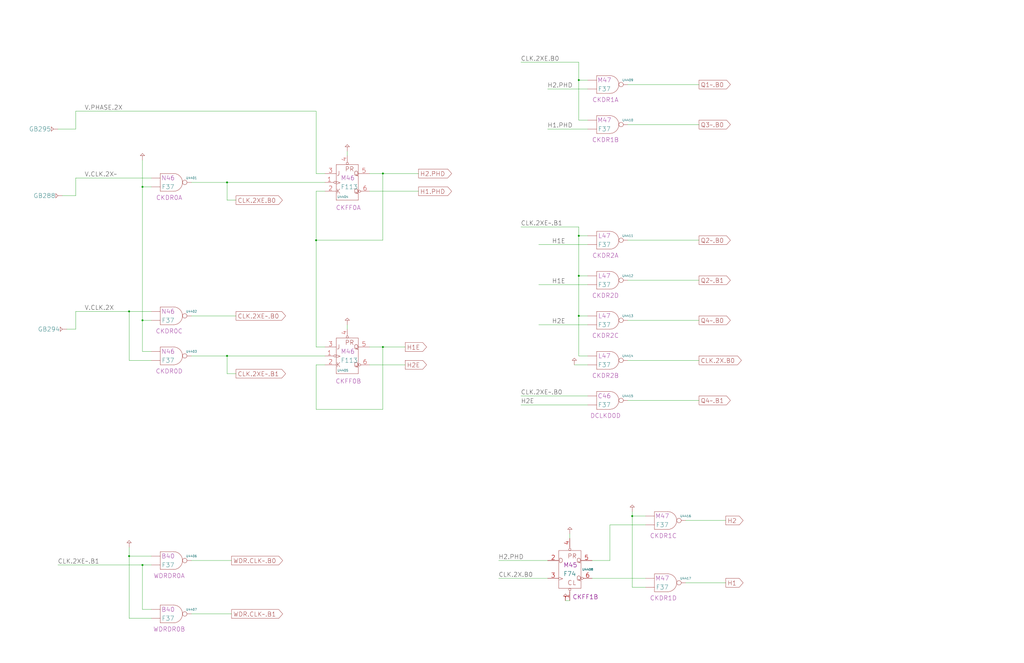
<source format=kicad_sch>
(kicad_sch (version 20230121) (generator eeschema)
  (paper "User" 584.2 378.46)
  (title_block (title "CLOCK GENERATION\\nFREE RUNNING CLOCKS") (date "22-MAR-90") (rev "1.0") (comment 1 "VALUE") (comment 2 "232-003063") (comment 3 "S400") (comment 4 "RELEASED"))
  (lib_symbols
    (symbol "r1000:F113" (pin_names (offset 1.016) hide)
      (property "Reference" "U" (at 0 -10.795 0))
      (property "Value" "F113" (at -1.27 -5.08 0))
      (property "Location" "___" (at -1.27 0 0))
      (property "Name" "______" (at 3.175 -18.415 0))
      (symbol "F113_0_1"
        (rectangle (start -3.81 7.62) (end 8.89 -12.7) (stroke (width 0.1524)))
      )
      (symbol "F113_1_1"
        (circle (center -4.445 -2.54) (radius 0.635))
        (circle (center 2.54 8.255) (radius 0.635))
        (circle (center 9.525 -7.62) (radius 0.635))
        (text ">" (at -2.54 -2.54 0) (effects (font (size 2.54 2.54))))
        (text "J" (at -2.54 2.54 0) (effects (font (size 2.54 2.54))))
        (text "K" (at -2.54 -7.62 0) (effects (font (size 2.54 2.54))))
        (text "P" (at 2.54 5.08 0) (effects (font (size 2.54 2.54))))
        (text "Q" (at 7.62 -7.62 0) (effects (font (size 2.54 2.54))))
        (text "Q" (at 7.62 2.54 0) (effects (font (size 2.54 2.54))))
        (text "R" (at 5.08 5.08 0) (effects (font (size 2.54 2.54))))
        (pin input line (at -10.16 -2.54 0) (length 5.08) (name "CLK_") (number "1"))
        (pin input line (at -10.16 -7.62 0) (length 6.35) (name "K") (number "2"))
        (pin input line (at -10.16 2.54 0) (length 6.35) (name "J") (number "3"))
        (pin input line (at 2.54 12.7 270) (length 3.81) (name "PR_") (number "4"))
        (pin output line (at 15.24 2.54 180) (length 6.35) (name "Q") (number "5"))
        (pin output line (at 15.24 -7.62 180) (length 5.08) (name "Q_") (number "6"))
      )
    )
    (symbol "r1000:F37" (pin_numbers hide) (pin_names (offset 0) hide)
      (property "Reference" "U" (at 15.24 0 0))
      (property "Value" "F37" (at 1.905 -5.08 0))
      (property "Location" "___" (at 1.905 0 0))
      (property "Name" "______" (at 2.54 -12.7 0))
      (symbol "F37_0_1"
        (polyline (pts (xy -2.54 -7.62) (xy 5.08 -7.62)) (stroke (width 0.1524)))
        (polyline (pts (xy -2.54 2.54) (xy -2.54 -7.62)) (stroke (width 0.1524)))
        (polyline (pts (xy -2.54 2.54) (xy 5.08 2.54)) (stroke (width 0.1524)))
        (arc (start 5.08 -7.62) (mid 10.1282 -2.54) (end 5.08 2.54) (stroke (width 0.1524)))
        (circle (center 11.43 -2.54) (radius 1.27) (stroke (width 0.1524)))
      )
      (symbol "F37_0_2"
        (circle (center -3.81 -5.08) (radius 1.27) (stroke (width 0.1524)))
        (circle (center -3.81 0) (radius 1.27) (stroke (width 0.1524)))
        (arc (start -3.175 -7.62) (mid -2.134 -2.54) (end -3.175 2.54) (stroke (width 0.1524)))
        (polyline (pts (xy -3.175 -7.62) (xy 3.81 -7.62)) (stroke (width 0.1524)))
        (polyline (pts (xy -3.175 2.54) (xy 3.81 2.54)) (stroke (width 0.1524)))
        (arc (start 3.81 -7.62) (mid 7.5855 -5.8306) (end 10.16 -2.54) (stroke (width 0.1524)))
        (arc (start 10.16 -2.54) (mid 7.5827 0.7471) (end 3.81 2.54) (stroke (width 0.1524)))
      )
      (symbol "F37_1_1"
        (pin input line (at -7.62 0 0) (length 5.08) (name "D0") (number "1"))
        (pin input line (at -7.62 -5.08 0) (length 5.08) (name "D1") (number "2"))
        (pin output line (at 15.24 -2.54 180) (length 2.54) (name "Q") (number "3"))
      )
      (symbol "F37_1_2"
        (pin input line (at -7.62 0 0) (length 2.54) (name "D0") (number "1"))
        (pin input line (at -7.62 -5.08 0) (length 2.54) (name "D1") (number "2"))
        (pin output line (at 15.24 -2.54 180) (length 5.08) (name "Q") (number "3"))
      )
    )
    (symbol "r1000:F74" (pin_names (offset 1.016) hide)
      (property "Reference" "U" (at 12.7 -2.54 0))
      (property "Value" "F74" (at -1.27 -5.08 0))
      (property "Location" "___" (at -1.27 0 0))
      (property "Name" "______" (at 11.43 -19.685 0))
      (symbol "F74_0_1"
        (rectangle (start -3.81 8.255) (end 8.89 -13.335) (stroke (width 0.1524)))
        (polyline (pts (xy 2.54 -15.24) (xy 2.54 -14.605)) (stroke (width 0.1524)))
        (polyline (pts (xy 2.54 10.16) (xy 2.54 9.525)) (stroke (width 0.1524)))
      )
      (symbol "F74_1_1"
        (circle (center 2.54 -13.97) (radius 0.635))
        (circle (center 2.54 8.89) (radius 0.635))
        (circle (center 9.525 -7.62) (radius 0.635))
        (text ">" (at -2.54 -7.62 0) (effects (font (size 2.54 2.54))))
        (text "C" (at 2.54 -10.16 0) (effects (font (size 2.54 2.54))))
        (text "D" (at -2.54 2.54 0) (effects (font (size 2.54 2.54))))
        (text "L" (at 5.08 -10.16 0) (effects (font (size 2.54 2.54))))
        (text "P" (at 2.54 5.08 0) (effects (font (size 2.54 2.54))))
        (text "Q" (at 7.62 -7.62 0) (effects (font (size 2.54 2.54))))
        (text "Q" (at 7.62 2.54 0) (effects (font (size 2.54 2.54))))
        (text "R" (at 5.08 5.08 0) (effects (font (size 2.54 2.54))))
        (pin input line (at 2.54 -20.32 90) (length 5.08) (name "CL_") (number "1"))
        (pin input line (at -10.16 2.54 0) (length 6.35) (name "D") (number "2"))
        (pin input line (at -10.16 -7.62 0) (length 6.35) (name "CLK") (number "3"))
        (pin input line (at 2.54 15.24 270) (length 5.08) (name "PR_") (number "4"))
        (pin output line (at 15.24 2.54 180) (length 6.35) (name "Q") (number "5"))
        (pin output line (at 15.24 -7.62 180) (length 5.08) (name "Q_") (number "6"))
      )
    )
    (symbol "r1000:GB" (pin_numbers hide) (pin_names (offset 0) hide)
      (property "Reference" "GB" (at 3.81 0 0))
      (symbol "GB_0_1"
        (polyline (pts (xy 2.54 0) (xy 3.81 1.27) (xy 3.81 -1.27) (xy 2.54 0)) (stroke (width 0.1524)))
      )
      (symbol "GB_1_1"
        (pin bidirectional line (at 0 0 0) (length 2.54) (name "") (number "1"))
      )
    )
    (symbol "r1000:PU" (power) (pin_numbers hide) (pin_names hide)
      (symbol "PU_0_1"
        (polyline (pts (xy 0 2.54) (xy -1.27 2.54) (xy 0 3.81) (xy 1.27 2.54) (xy 0 2.54)) (stroke (width 0.1524)))
      )
      (symbol "PU_1_1"
        (pin power_in line (at 0 0 90) (length 2.54) (name "PU") (number "1"))
      )
    )
  )
  (junction (at 81.28 182.88))
  (junction (at 360.68 294.64))
  (junction (at 218.44 198.12))
  (junction (at 180.34 137.16))
  (junction (at 73.66 317.5))
  (junction (at 129.54 203.2))
  (junction (at 129.54 104.14))
  (junction (at 81.28 322.58))
  (junction (at 81.28 106.68))
  (junction (at 330.2 45.72))
  (junction (at 73.66 177.8))
  (junction (at 218.44 99.06))
  (junction (at 330.2 134.62))
  (junction (at 330.2 157.48))
  (junction (at 330.2 180.34))
  (wire (pts (xy 185.42 109.22) (xy 180.34 109.22)))
  (wire (pts (xy 33.02 322.58) (xy 81.28 322.58)))
  (wire (pts (xy 330.2 157.48) (xy 335.28 157.48)))
  (wire (pts (xy 109.22 104.14) (xy 129.54 104.14)))
  (wire (pts (xy 81.28 200.66) (xy 81.28 182.88)))
  (wire (pts (xy 312.42 73.66) (xy 335.28 73.66)))
  (wire (pts (xy 129.54 104.14) (xy 185.42 104.14)))
  (wire (pts (xy 297.18 129.54) (xy 330.2 129.54)))
  (wire (pts (xy 86.36 347.98) (xy 81.28 347.98)))
  (wire (pts (xy 129.54 114.3) (xy 129.54 104.14)))
  (wire (pts (xy 86.36 317.5) (xy 73.66 317.5)))
  (wire (pts (xy 218.44 137.16) (xy 218.44 99.06)))
  (wire (pts (xy 330.2 45.72) (xy 335.28 45.72)))
  (wire (pts (xy 307.34 139.7) (xy 335.28 139.7)))
  (wire (pts (xy 330.2 134.62) (xy 330.2 157.48)))
  (wire (pts (xy 358.14 182.88) (xy 398.78 182.88)))
  (wire (pts (xy 109.22 203.2) (xy 129.54 203.2)))
  (wire (pts (xy 86.36 101.6) (xy 43.18 101.6)))
  (wire (pts (xy 330.2 134.62) (xy 335.28 134.62)))
  (wire (pts (xy 358.14 205.74) (xy 398.78 205.74)))
  (wire (pts (xy 81.28 106.68) (xy 81.28 91.44)))
  (wire (pts (xy 109.22 320.04) (xy 132.08 320.04)))
  (wire (pts (xy 73.66 353.06) (xy 73.66 317.5)))
  (wire (pts (xy 180.34 109.22) (xy 180.34 137.16)))
  (wire (pts (xy 347.98 320.04) (xy 337.82 320.04)))
  (wire (pts (xy 86.36 106.68) (xy 81.28 106.68)))
  (wire (pts (xy 73.66 177.8) (xy 43.18 177.8)))
  (wire (pts (xy 330.2 203.2) (xy 335.28 203.2)))
  (wire (pts (xy 134.62 114.3) (xy 129.54 114.3)))
  (wire (pts (xy 109.22 350.52) (xy 132.08 350.52)))
  (wire (pts (xy 330.2 45.72) (xy 330.2 68.58)))
  (wire (pts (xy 327.66 208.28) (xy 335.28 208.28)))
  (wire (pts (xy 358.14 137.16) (xy 398.78 137.16)))
  (wire (pts (xy 360.68 335.28) (xy 360.68 294.64)))
  (wire (pts (xy 218.44 99.06) (xy 238.76 99.06)))
  (wire (pts (xy 198.12 185.42) (xy 198.12 187.96)))
  (wire (pts (xy 330.2 68.58) (xy 335.28 68.58)))
  (wire (pts (xy 330.2 129.54) (xy 330.2 134.62)))
  (wire (pts (xy 360.68 294.64) (xy 368.3 294.64)))
  (wire (pts (xy 73.66 205.74) (xy 73.66 177.8)))
  (wire (pts (xy 330.2 157.48) (xy 330.2 180.34)))
  (wire (pts (xy 347.98 299.72) (xy 347.98 320.04)))
  (wire (pts (xy 86.36 200.66) (xy 81.28 200.66)))
  (wire (pts (xy 86.36 177.8) (xy 73.66 177.8)))
  (wire (pts (xy 358.14 160.02) (xy 398.78 160.02)))
  (wire (pts (xy 218.44 233.68) (xy 218.44 198.12)))
  (wire (pts (xy 198.12 86.36) (xy 198.12 88.9)))
  (wire (pts (xy 325.12 304.8) (xy 325.12 307.34)))
  (wire (pts (xy 337.82 330.2) (xy 368.3 330.2)))
  (wire (pts (xy 73.66 317.5) (xy 73.66 312.42)))
  (wire (pts (xy 330.2 35.56) (xy 330.2 45.72)))
  (wire (pts (xy 307.34 185.42) (xy 335.28 185.42)))
  (wire (pts (xy 109.22 180.34) (xy 134.62 180.34)))
  (wire (pts (xy 391.16 332.74) (xy 414.02 332.74)))
  (wire (pts (xy 210.82 208.28) (xy 231.14 208.28)))
  (wire (pts (xy 129.54 203.2) (xy 185.42 203.2)))
  (wire (pts (xy 368.3 299.72) (xy 347.98 299.72)))
  (wire (pts (xy 210.82 109.22) (xy 238.76 109.22)))
  (wire (pts (xy 358.14 228.6) (xy 398.78 228.6)))
  (wire (pts (xy 322.58 342.9) (xy 325.12 342.9)))
  (wire (pts (xy 180.34 99.06) (xy 180.34 63.5)))
  (wire (pts (xy 86.36 353.06) (xy 73.66 353.06)))
  (wire (pts (xy 43.18 63.5) (xy 43.18 73.66)))
  (wire (pts (xy 185.42 99.06) (xy 180.34 99.06)))
  (wire (pts (xy 297.18 231.14) (xy 335.28 231.14)))
  (wire (pts (xy 312.42 50.8) (xy 335.28 50.8)))
  (wire (pts (xy 180.34 233.68) (xy 218.44 233.68)))
  (wire (pts (xy 360.68 294.64) (xy 360.68 292.1)))
  (wire (pts (xy 81.28 106.68) (xy 81.28 182.88)))
  (wire (pts (xy 185.42 198.12) (xy 180.34 198.12)))
  (wire (pts (xy 43.18 73.66) (xy 33.02 73.66)))
  (wire (pts (xy 81.28 322.58) (xy 86.36 322.58)))
  (wire (pts (xy 330.2 180.34) (xy 335.28 180.34)))
  (wire (pts (xy 297.18 226.06) (xy 335.28 226.06)))
  (wire (pts (xy 297.18 35.56) (xy 330.2 35.56)))
  (wire (pts (xy 358.14 48.26) (xy 398.78 48.26)))
  (wire (pts (xy 43.18 111.76) (xy 35.56 111.76)))
  (wire (pts (xy 180.34 63.5) (xy 43.18 63.5)))
  (wire (pts (xy 358.14 71.12) (xy 398.78 71.12)))
  (wire (pts (xy 180.34 137.16) (xy 218.44 137.16)))
  (wire (pts (xy 81.28 347.98) (xy 81.28 322.58)))
  (wire (pts (xy 368.3 335.28) (xy 360.68 335.28)))
  (wire (pts (xy 210.82 99.06) (xy 218.44 99.06)))
  (wire (pts (xy 284.48 330.2) (xy 312.42 330.2)))
  (wire (pts (xy 134.62 213.36) (xy 129.54 213.36)))
  (wire (pts (xy 43.18 101.6) (xy 43.18 111.76)))
  (wire (pts (xy 307.34 162.56) (xy 335.28 162.56)))
  (wire (pts (xy 86.36 205.74) (xy 73.66 205.74)))
  (wire (pts (xy 391.16 297.18) (xy 414.02 297.18)))
  (wire (pts (xy 284.48 320.04) (xy 312.42 320.04)))
  (wire (pts (xy 210.82 198.12) (xy 218.44 198.12)))
  (wire (pts (xy 218.44 198.12) (xy 231.14 198.12)))
  (wire (pts (xy 180.34 208.28) (xy 180.34 233.68)))
  (wire (pts (xy 180.34 198.12) (xy 180.34 137.16)))
  (wire (pts (xy 185.42 208.28) (xy 180.34 208.28)))
  (wire (pts (xy 86.36 182.88) (xy 81.28 182.88)))
  (wire (pts (xy 129.54 213.36) (xy 129.54 203.2)))
  (wire (pts (xy 43.18 177.8) (xy 43.18 187.96)))
  (wire (pts (xy 330.2 180.34) (xy 330.2 203.2)))
  (wire (pts (xy 43.18 187.96) (xy 38.1 187.96)))
  (label "CLK.2XE.B0" (at 297.18 35.56 0) (effects (font (size 2.54 2.54))))
  (label "H1E" (at 314.96 139.7 0) (effects (font (size 2.54 2.54))))
  (label "H2E" (at 297.18 231.14 0) (effects (font (size 2.54 2.54))))
  (label "H1E" (at 314.96 162.56 0) (effects (font (size 2.54 2.54))))
  (label "CLK.2X.B0" (at 284.48 330.2 0) (effects (font (size 2.54 2.54))))
  (label "CLK.2XE~.B1" (at 33.02 322.58 0) (effects (font (size 2.54 2.54))))
  (label "H2E" (at 314.96 185.42 0) (effects (font (size 2.54 2.54))))
  (label "V.CLK.2X" (at 48.26 177.8 0) (effects (font (size 2.54 2.54))))
  (label "H2.PHD" (at 284.48 320.04 0) (effects (font (size 2.54 2.54))))
  (label "V.CLK.2X~" (at 48.26 101.6 0) (effects (font (size 2.54 2.54))))
  (label "V.PHASE.2X" (at 48.26 63.5 0) (effects (font (size 2.54 2.54))))
  (label "H2.PHD" (at 312.42 50.8 0) (effects (font (size 2.54 2.54))))
  (label "CLK.2XE~.B1" (at 297.18 129.54 0) (effects (font (size 2.54 2.54))))
  (label "CLK.2XE~.B0" (at 297.18 226.06 0) (effects (font (size 2.54 2.54))))
  (label "H1.PHD" (at 312.42 73.66 0) (effects (font (size 2.54 2.54))))
  (global_label "CLK.2X.B0" (shape output) (at 398.78 205.74 0) (effects (font (size 2.54 2.54))) (property "Intersheetrefs" "${INTERSHEET_REFS}" (at 422.7679 205.5813 0) (effects (font (size 1.905 1.905)) (justify left))))
  (global_label "H1E" (shape output) (at 231.14 198.12 0) (effects (font (size 2.54 2.54))) (property "Intersheetrefs" "${INTERSHEET_REFS}" (at 243.1536 197.9613 0) (effects (font (size 1.905 1.905)) (justify left))))
  (global_label "CLK.2XE~.B1" (shape output) (at 134.62 213.36 0) (effects (font (size 2.54 2.54))) (property "Intersheetrefs" "${INTERSHEET_REFS}" (at 162.7203 213.2013 0) (effects (font (size 1.905 1.905)) (justify left))))
  (global_label "H1" (shape output) (at 414.02 332.74 0) (effects (font (size 2.54 2.54))) (property "Intersheetrefs" "${INTERSHEET_REFS}" (at 423.7355 332.5813 0) (effects (font (size 1.905 1.905)) (justify left))))
  (global_label "Q4~.B0" (shape output) (at 398.78 182.88 0) (effects (font (size 2.54 2.54))) (property "Intersheetrefs" "${INTERSHEET_REFS}" (at 416.4784 182.7213 0) (effects (font (size 1.905 1.905)) (justify left))))
  (global_label "CLK.2XE.B0" (shape output) (at 134.62 114.3 0) (effects (font (size 2.54 2.54))) (property "Intersheetrefs" "${INTERSHEET_REFS}" (at 160.906 114.1413 0) (effects (font (size 1.905 1.905)) (justify left))))
  (global_label "H2E" (shape output) (at 231.14 208.28 0) (effects (font (size 2.54 2.54))) (property "Intersheetrefs" "${INTERSHEET_REFS}" (at 243.1536 208.1213 0) (effects (font (size 1.905 1.905)) (justify left))))
  (global_label "Q1~.B0" (shape output) (at 398.78 48.26 0) (effects (font (size 2.54 2.54))) (property "Intersheetrefs" "${INTERSHEET_REFS}" (at 416.4784 48.1013 0) (effects (font (size 1.905 1.905)) (justify left))))
  (global_label "H2" (shape output) (at 414.02 297.18 0) (effects (font (size 2.54 2.54))) (property "Intersheetrefs" "${INTERSHEET_REFS}" (at 423.7355 297.0213 0) (effects (font (size 1.905 1.905)) (justify left))))
  (global_label "Q2~.B0" (shape output) (at 398.78 137.16 0) (effects (font (size 2.54 2.54))) (property "Intersheetrefs" "${INTERSHEET_REFS}" (at 416.4784 137.0013 0) (effects (font (size 1.905 1.905)) (justify left))))
  (global_label "H2.PHD" (shape output) (at 238.76 99.06 0) (effects (font (size 2.54 2.54))) (property "Intersheetrefs" "${INTERSHEET_REFS}" (at 257.426 98.9013 0) (effects (font (size 1.905 1.905)) (justify left))))
  (global_label "WDR.CLK~.B1" (shape output) (at 132.08 350.52 0) (effects (font (size 2.54 2.54))) (property "Intersheetrefs" "${INTERSHEET_REFS}" (at 161.0269 350.3613 0) (effects (font (size 1.905 1.905)) (justify left))))
  (global_label "CLK.2XE~.B0" (shape output) (at 134.62 180.34 0) (effects (font (size 2.54 2.54))) (property "Intersheetrefs" "${INTERSHEET_REFS}" (at 162.7203 180.1813 0) (effects (font (size 1.905 1.905)) (justify left))))
  (global_label "Q2~.B1" (shape output) (at 398.78 160.02 0) (effects (font (size 2.54 2.54))) (property "Intersheetrefs" "${INTERSHEET_REFS}" (at 416.4784 159.8613 0) (effects (font (size 1.905 1.905)) (justify left))))
  (global_label "WDR.CLK~.B0" (shape output) (at 132.08 320.04 0) (effects (font (size 2.54 2.54))) (property "Intersheetrefs" "${INTERSHEET_REFS}" (at 161.0269 319.8813 0) (effects (font (size 1.905 1.905)) (justify left))))
  (global_label "Q3~.B0" (shape output) (at 398.78 71.12 0) (effects (font (size 2.54 2.54))) (property "Intersheetrefs" "${INTERSHEET_REFS}" (at 416.4784 70.9613 0) (effects (font (size 1.905 1.905)) (justify left))))
  (global_label "H1.PHD" (shape output) (at 238.76 109.22 0) (effects (font (size 2.54 2.54))) (property "Intersheetrefs" "${INTERSHEET_REFS}" (at 257.426 109.0613 0) (effects (font (size 1.905 1.905)) (justify left))))
  (global_label "Q4~.B1" (shape output) (at 398.78 228.6 0) (effects (font (size 2.54 2.54))) (property "Intersheetrefs" "${INTERSHEET_REFS}" (at 416.4784 228.4413 0) (effects (font (size 1.905 1.905)) (justify left))))
  (symbol (lib_id "r1000:F37") (at 342.9 203.2 0) (unit 1)
    (property "Reference" "U4414" (at 358.14 203.2 0))
    (property "Value" "F37" (at 344.805 208.28 0) (effects (font (size 2.54 2.54))))
    (property "Location" "L47" (at 344.805 203.2 0) (effects (font (size 2.54 2.54))))
    (property "Name" "CKDR2B" (at 345.44 215.9 0) (effects (font (size 2.54 2.54)) (justify bottom)))
  )
  (symbol (lib_id "r1000:PU") (at 198.12 86.36 0) (unit 1)
    (property "Reference" "#PWR04402" (effects hide))
    (property "Value" "PU" (effects hide))
  )
  (symbol (lib_id "r1000:F37") (at 93.98 317.5 0) (unit 1)
    (property "Reference" "U4406" (at 109.22 317.5 0))
    (property "Value" "F37" (at 95.885 322.58 0) (effects (font (size 2.54 2.54))))
    (property "Location" "B40" (at 95.885 317.5 0) (effects (font (size 2.54 2.54))))
    (property "Name" "WDRDR0A" (at 96.52 330.2 0) (effects (font (size 2.54 2.54)) (justify bottom)))
  )
  (symbol (lib_id "r1000:PU") (at 325.12 304.8 0) (unit 1)
    (property "Reference" "#PWR04407" (effects hide))
    (property "Value" "PU" (effects hide))
  )
  (symbol (lib_id "r1000:PU") (at 322.58 342.9 0) (unit 1)
    (property "Reference" "#PWR04405" (effects hide))
    (property "Value" "PU" (effects hide))
  )
  (symbol (lib_id "r1000:F37") (at 93.98 101.6 0) (unit 1)
    (property "Reference" "U4401" (at 109.22 101.6 0))
    (property "Value" "F37" (at 95.885 106.68 0) (effects (font (size 2.54 2.54))))
    (property "Location" "N46" (at 95.885 101.6 0) (effects (font (size 2.54 2.54))))
    (property "Name" "CKDR0A" (at 96.52 114.3 0) (effects (font (size 2.54 2.54)) (justify bottom)))
  )
  (symbol (lib_id "r1000:F37") (at 342.9 157.48 0) (unit 1)
    (property "Reference" "U4412" (at 358.14 157.48 0))
    (property "Value" "F37" (at 344.805 162.56 0) (effects (font (size 2.54 2.54))))
    (property "Location" "L47" (at 344.805 157.48 0) (effects (font (size 2.54 2.54))))
    (property "Name" "CKDR2D" (at 345.44 170.18 0) (effects (font (size 2.54 2.54)) (justify bottom)))
  )
  (symbol (lib_id "r1000:F37") (at 342.9 134.62 0) (unit 1)
    (property "Reference" "U4411" (at 358.14 134.62 0))
    (property "Value" "F37" (at 344.805 139.7 0) (effects (font (size 2.54 2.54))))
    (property "Location" "L47" (at 344.805 134.62 0) (effects (font (size 2.54 2.54))))
    (property "Name" "CKDR2A" (at 345.44 147.32 0) (effects (font (size 2.54 2.54)) (justify bottom)))
  )
  (symbol (lib_id "r1000:F113") (at 195.58 200.66 0) (unit 1)
    (property "Reference" "U4405" (at 195.58 211.455 0))
    (property "Value" "F113" (at 194.31 205.74 0) (effects (font (size 2.54 2.54)) (justify left)))
    (property "Location" "M46" (at 194.31 200.66 0) (effects (font (size 2.54 2.54)) (justify left)))
    (property "Name" "CKFF0B" (at 198.755 219.075 0) (effects (font (size 2.54 2.54)) (justify bottom)))
  )
  (symbol (lib_id "r1000:F37") (at 93.98 177.8 0) (unit 1)
    (property "Reference" "U4402" (at 109.22 177.8 0))
    (property "Value" "F37" (at 95.885 182.88 0) (effects (font (size 2.54 2.54))))
    (property "Location" "N46" (at 95.885 177.8 0) (effects (font (size 2.54 2.54))))
    (property "Name" "CKDR0C" (at 96.52 190.5 0) (effects (font (size 2.54 2.54)) (justify bottom)))
  )
  (symbol (lib_id "r1000:GB") (at 33.02 73.66 0) (mirror y) (unit 1)
    (property "Reference" "GB295" (at 29.21 73.66 0) (effects (font (size 2.54 2.54)) (justify left)))
    (property "Value" "GB" (effects hide))
  )
  (symbol (lib_id "r1000:F74") (at 322.58 322.58 0) (unit 1)
    (property "Reference" "U4408" (at 335.28 325.12 0))
    (property "Value" "F74" (at 321.31 327.66 0) (effects (font (size 2.54 2.54)) (justify left)))
    (property "Location" "M45" (at 321.31 322.58 0) (effects (font (size 2.54 2.54)) (justify left)))
    (property "Name" "CKFF1B" (at 334.01 342.265 0) (effects (font (size 2.54 2.54)) (justify bottom)))
  )
  (symbol (lib_id "r1000:GB") (at 35.56 111.76 0) (mirror y) (unit 1)
    (property "Reference" "GB288" (at 31.75 111.76 0) (effects (font (size 2.54 2.54)) (justify left)))
    (property "Value" "GB" (effects hide))
  )
  (symbol (lib_id "r1000:PU") (at 73.66 312.42 0) (unit 1)
    (property "Reference" "#PWR04404" (effects hide))
    (property "Value" "PU" (effects hide))
  )
  (symbol (lib_id "r1000:F37") (at 342.9 180.34 0) (unit 1)
    (property "Reference" "U4413" (at 358.14 180.34 0))
    (property "Value" "F37" (at 344.805 185.42 0) (effects (font (size 2.54 2.54))))
    (property "Location" "L47" (at 344.805 180.34 0) (effects (font (size 2.54 2.54))))
    (property "Name" "CKDR2C" (at 345.44 193.04 0) (effects (font (size 2.54 2.54)) (justify bottom)))
  )
  (symbol (lib_id "r1000:F37") (at 375.92 330.2 0) (unit 1)
    (property "Reference" "U4417" (at 391.16 330.2 0))
    (property "Value" "F37" (at 377.825 335.28 0) (effects (font (size 2.54 2.54))))
    (property "Location" "M47" (at 377.825 330.2 0) (effects (font (size 2.54 2.54))))
    (property "Name" "CKDR1D" (at 378.46 342.9 0) (effects (font (size 2.54 2.54)) (justify bottom)))
  )
  (symbol (lib_id "r1000:PU") (at 327.66 208.28 0) (unit 1)
    (property "Reference" "#PWR0136" (effects hide))
    (property "Value" "PU" (effects hide))
  )
  (symbol (lib_id "r1000:GB") (at 38.1 187.96 0) (mirror y) (unit 1)
    (property "Reference" "GB294" (at 34.29 187.96 0) (effects (font (size 2.54 2.54)) (justify left)))
    (property "Value" "GB" (effects hide))
  )
  (symbol (lib_id "r1000:F37") (at 93.98 200.66 0) (unit 1)
    (property "Reference" "U4403" (at 109.22 200.66 0))
    (property "Value" "F37" (at 95.885 205.74 0) (effects (font (size 2.54 2.54))))
    (property "Location" "N46" (at 95.885 200.66 0) (effects (font (size 2.54 2.54))))
    (property "Name" "CKDR0D" (at 96.52 213.36 0) (effects (font (size 2.54 2.54)) (justify bottom)))
  )
  (symbol (lib_id "r1000:F37") (at 93.98 347.98 0) (unit 1)
    (property "Reference" "U4407" (at 109.22 347.98 0))
    (property "Value" "F37" (at 95.885 353.06 0) (effects (font (size 2.54 2.54))))
    (property "Location" "B40" (at 95.885 347.98 0) (effects (font (size 2.54 2.54))))
    (property "Name" "WDRDR0B" (at 96.52 360.68 0) (effects (font (size 2.54 2.54)) (justify bottom)))
  )
  (symbol (lib_id "r1000:F37") (at 342.9 68.58 0) (unit 1)
    (property "Reference" "U4410" (at 358.14 68.58 0))
    (property "Value" "F37" (at 344.805 73.66 0) (effects (font (size 2.54 2.54))))
    (property "Location" "M47" (at 344.805 68.58 0) (effects (font (size 2.54 2.54))))
    (property "Name" "CKDR1B" (at 345.44 81.28 0) (effects (font (size 2.54 2.54)) (justify bottom)))
  )
  (symbol (lib_id "r1000:F37") (at 375.92 294.64 0) (unit 1)
    (property "Reference" "U4416" (at 391.16 294.64 0))
    (property "Value" "F37" (at 377.825 299.72 0) (effects (font (size 2.54 2.54))))
    (property "Location" "M47" (at 377.825 294.64 0) (effects (font (size 2.54 2.54))))
    (property "Name" "CKDR1C" (at 378.46 307.34 0) (effects (font (size 2.54 2.54)) (justify bottom)))
  )
  (symbol (lib_id "r1000:F113") (at 195.58 101.6 0) (unit 1)
    (property "Reference" "U4404" (at 195.58 112.395 0))
    (property "Value" "F113" (at 194.31 106.68 0) (effects (font (size 2.54 2.54)) (justify left)))
    (property "Location" "M46" (at 194.31 101.6 0) (effects (font (size 2.54 2.54)) (justify left)))
    (property "Name" "CKFF0A" (at 198.755 120.015 0) (effects (font (size 2.54 2.54)) (justify bottom)))
  )
  (symbol (lib_id "r1000:F37") (at 342.9 45.72 0) (unit 1)
    (property "Reference" "U4409" (at 358.14 45.72 0))
    (property "Value" "F37" (at 344.805 50.8 0) (effects (font (size 2.54 2.54))))
    (property "Location" "M47" (at 344.805 45.72 0) (effects (font (size 2.54 2.54))))
    (property "Name" "CKDR1A" (at 345.44 58.42 0) (effects (font (size 2.54 2.54)) (justify bottom)))
  )
  (symbol (lib_id "r1000:PU") (at 198.12 185.42 0) (unit 1)
    (property "Reference" "#PWR04403" (effects hide))
    (property "Value" "PU" (effects hide))
  )
  (symbol (lib_id "r1000:PU") (at 81.28 91.44 0) (unit 1)
    (property "Reference" "#PWR04401" (effects hide))
    (property "Value" "PU" (effects hide))
  )
  (symbol (lib_id "r1000:PU") (at 360.68 292.1 0) (unit 1)
    (property "Reference" "#PWR04408" (effects hide))
    (property "Value" "PU" (effects hide))
  )
  (symbol (lib_id "r1000:F37") (at 342.9 226.06 0) (unit 1)
    (property "Reference" "U4415" (at 358.14 226.06 0))
    (property "Value" "F37" (at 344.805 231.14 0) (effects (font (size 2.54 2.54))))
    (property "Location" "C46" (at 344.805 226.06 0) (effects (font (size 2.54 2.54))))
    (property "Name" "DCLKD0D" (at 345.44 238.76 0) (effects (font (size 2.54 2.54)) (justify bottom)))
  )
)
</source>
